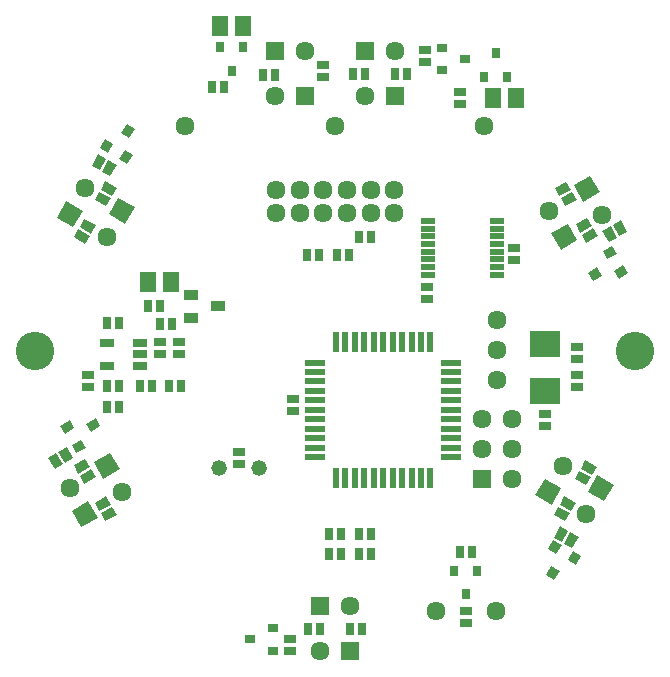
<source format=gts>
G75*
G70*
%OFA0B0*%
%FSLAX24Y24*%
%IPPOS*%
%LPD*%
%AMOC8*
5,1,8,0,0,1.08239X$1,22.5*
%
%ADD10R,0.0671X0.0240*%
%ADD11R,0.0240X0.0671*%
%ADD12R,0.0493X0.0336*%
%ADD13R,0.0316X0.0434*%
%ADD14R,0.0533X0.0671*%
%ADD15R,0.0434X0.0316*%
%ADD16R,0.0513X0.0316*%
%ADD17R,0.0635X0.0635*%
%ADD18C,0.0635*%
%ADD19C,0.0520*%
%ADD20R,0.0316X0.0356*%
%ADD21R,0.0635X0.0635*%
%ADD22R,0.0474X0.0218*%
%ADD23R,0.1025X0.0867*%
%ADD24C,0.1280*%
%ADD25R,0.0356X0.0316*%
D10*
X012766Y010755D03*
X012766Y011070D03*
X012766Y011385D03*
X012766Y011700D03*
X012766Y012015D03*
X012766Y012330D03*
X012766Y012645D03*
X012766Y012960D03*
X012766Y013275D03*
X012766Y013590D03*
X012766Y013905D03*
X017294Y013905D03*
X017294Y013590D03*
X017294Y013275D03*
X017294Y012960D03*
X017294Y012645D03*
X017294Y012330D03*
X017294Y012015D03*
X017294Y011700D03*
X017294Y011385D03*
X017294Y011070D03*
X017294Y010755D03*
D11*
X016605Y010066D03*
X016290Y010066D03*
X015975Y010066D03*
X015660Y010066D03*
X015345Y010066D03*
X015030Y010066D03*
X014715Y010066D03*
X014400Y010066D03*
X014085Y010066D03*
X013770Y010066D03*
X013455Y010066D03*
X013455Y014594D03*
X013770Y014594D03*
X014085Y014594D03*
X014400Y014594D03*
X014715Y014594D03*
X015030Y014594D03*
X015345Y014594D03*
X015660Y014594D03*
X015975Y014594D03*
X016290Y014594D03*
X016605Y014594D03*
D12*
X009533Y015780D03*
X008627Y015406D03*
X008627Y016154D03*
D13*
X007977Y015180D03*
X007583Y015180D03*
X007577Y015780D03*
X007183Y015780D03*
X006227Y015230D03*
X005833Y015230D03*
X005833Y013130D03*
X006227Y013130D03*
X006227Y012430D03*
X005833Y012430D03*
X006933Y013130D03*
X007327Y013130D03*
X007883Y013130D03*
X008277Y013130D03*
X012483Y017480D03*
X012877Y017480D03*
X013483Y017480D03*
X013877Y017480D03*
X014233Y018080D03*
X014627Y018080D03*
X009727Y023080D03*
X009333Y023080D03*
X011033Y023480D03*
X011427Y023480D03*
X014033Y023530D03*
X014427Y023530D03*
X015433Y023530D03*
X015827Y023530D03*
X014627Y008180D03*
X014233Y008180D03*
X013627Y008180D03*
X013233Y008180D03*
X013233Y007530D03*
X013627Y007530D03*
X014233Y007530D03*
X014627Y007530D03*
X014327Y005030D03*
X013933Y005030D03*
X012927Y005030D03*
X012533Y005030D03*
X017583Y007580D03*
X017977Y007580D03*
D14*
X007974Y016580D03*
X007186Y016580D03*
X009586Y025130D03*
X010374Y025130D03*
X018686Y022730D03*
X019474Y022730D03*
D15*
X017580Y022533D03*
X017580Y022927D03*
X016430Y023933D03*
X016430Y024327D03*
X013030Y023827D03*
X013030Y023433D03*
X019380Y017727D03*
X019380Y017333D03*
G36*
X021475Y019326D02*
X021101Y019109D01*
X020943Y019382D01*
X021317Y019599D01*
X021475Y019326D01*
G37*
G36*
X021278Y019667D02*
X020904Y019450D01*
X020746Y019723D01*
X021120Y019940D01*
X021278Y019667D01*
G37*
G36*
X021446Y018511D02*
X021820Y018728D01*
X021978Y018455D01*
X021604Y018238D01*
X021446Y018511D01*
G37*
G36*
X021643Y018170D02*
X022017Y018387D01*
X022175Y018114D01*
X021801Y017897D01*
X021643Y018170D01*
G37*
G36*
X022611Y018447D02*
X022828Y018073D01*
X022555Y017915D01*
X022338Y018289D01*
X022611Y018447D01*
G37*
G36*
X022952Y018643D02*
X023169Y018269D01*
X022896Y018111D01*
X022679Y018485D01*
X022952Y018643D01*
G37*
X021480Y014427D03*
X021480Y014033D03*
X021480Y013477D03*
X021480Y013083D03*
X020430Y012177D03*
X020430Y011783D03*
G36*
X021986Y010155D02*
X021612Y010372D01*
X021770Y010645D01*
X022144Y010428D01*
X021986Y010155D01*
G37*
G36*
X021790Y009815D02*
X021416Y010032D01*
X021574Y010305D01*
X021948Y010088D01*
X021790Y009815D01*
G37*
G36*
X021070Y009445D02*
X021444Y009228D01*
X021286Y008955D01*
X020912Y009172D01*
X021070Y009445D01*
G37*
G36*
X020874Y009105D02*
X021248Y008888D01*
X021090Y008615D01*
X020716Y008832D01*
X020874Y009105D01*
G37*
G36*
X021205Y008286D02*
X020988Y007912D01*
X020715Y008070D01*
X020932Y008444D01*
X021205Y008286D01*
G37*
G36*
X021545Y008090D02*
X021328Y007716D01*
X021055Y007874D01*
X021272Y008248D01*
X021545Y008090D01*
G37*
X017780Y005627D03*
X017780Y005233D03*
X011930Y004677D03*
X011930Y004283D03*
X010230Y010533D03*
X010230Y010927D03*
X012030Y012283D03*
X012030Y012677D03*
X008230Y014183D03*
X008230Y014577D03*
X007580Y014577D03*
X007580Y014183D03*
X005180Y013477D03*
X005180Y013083D03*
G36*
X004422Y010562D02*
X004205Y010936D01*
X004478Y011094D01*
X004695Y010720D01*
X004422Y010562D01*
G37*
G36*
X004082Y010366D02*
X003865Y010740D01*
X004138Y010898D01*
X004355Y010524D01*
X004082Y010366D01*
G37*
G36*
X005248Y010422D02*
X004874Y010205D01*
X004716Y010478D01*
X005090Y010695D01*
X005248Y010422D01*
G37*
G36*
X005444Y010082D02*
X005070Y009865D01*
X004912Y010138D01*
X005286Y010355D01*
X005444Y010082D01*
G37*
G36*
X005416Y009228D02*
X005790Y009445D01*
X005948Y009172D01*
X005574Y008955D01*
X005416Y009228D01*
G37*
G36*
X005612Y008888D02*
X005986Y009105D01*
X006144Y008832D01*
X005770Y008615D01*
X005612Y008888D01*
G37*
G36*
X004874Y018355D02*
X005248Y018138D01*
X005090Y017865D01*
X004716Y018082D01*
X004874Y018355D01*
G37*
G36*
X005070Y018695D02*
X005444Y018478D01*
X005286Y018205D01*
X004912Y018422D01*
X005070Y018695D01*
G37*
G36*
X005790Y019115D02*
X005416Y019332D01*
X005574Y019605D01*
X005948Y019388D01*
X005790Y019115D01*
G37*
G36*
X005986Y019455D02*
X005612Y019672D01*
X005770Y019945D01*
X006144Y019728D01*
X005986Y019455D01*
G37*
G36*
X005655Y020274D02*
X005872Y020648D01*
X006145Y020490D01*
X005928Y020116D01*
X005655Y020274D01*
G37*
G36*
X005315Y020470D02*
X005532Y020844D01*
X005805Y020686D01*
X005588Y020312D01*
X005315Y020470D01*
G37*
X016480Y016427D03*
X016480Y016033D03*
D16*
X006931Y014554D03*
X006931Y014180D03*
X006931Y013806D03*
X005829Y013806D03*
X005829Y014554D03*
D17*
X012430Y022780D03*
X011430Y024280D03*
X014430Y024280D03*
X015430Y022780D03*
X018330Y010030D03*
X012930Y005780D03*
X013930Y004280D03*
D18*
X012930Y004280D03*
X013930Y005780D03*
X016780Y005630D03*
X018780Y005630D03*
X021780Y008847D03*
X021040Y010463D03*
X019330Y010030D03*
X019330Y011030D03*
X019330Y012030D03*
X018330Y012030D03*
X018330Y011030D03*
X018830Y013330D03*
X018830Y014330D03*
X018830Y015330D03*
X020566Y018968D03*
X022317Y018835D03*
X018380Y021780D03*
X015399Y019674D03*
X015399Y018886D03*
X014611Y018886D03*
X013824Y018886D03*
X013824Y019674D03*
X014611Y019674D03*
X013036Y019674D03*
X012249Y019674D03*
X011461Y019674D03*
X011461Y018886D03*
X012249Y018886D03*
X013036Y018886D03*
X013430Y021780D03*
X014430Y022780D03*
X015430Y024280D03*
X012430Y024280D03*
X011430Y022780D03*
X008430Y021780D03*
X005080Y019713D03*
X005820Y018097D03*
X004580Y009713D03*
X006320Y009597D03*
D19*
X009560Y010380D03*
X010897Y010380D03*
D20*
X017406Y006974D03*
X017780Y006186D03*
X018154Y006974D03*
X018406Y023436D03*
X019154Y023436D03*
X018780Y024224D03*
X010354Y024424D03*
X009606Y024424D03*
X009980Y023636D03*
D21*
G36*
X005196Y009280D02*
X005513Y008731D01*
X004964Y008414D01*
X004647Y008963D01*
X005196Y009280D01*
G37*
G36*
X005704Y010030D02*
X005387Y010579D01*
X005936Y010896D01*
X006253Y010347D01*
X005704Y010030D01*
G37*
G36*
X005013Y018963D02*
X004696Y018414D01*
X004147Y018731D01*
X004464Y019280D01*
X005013Y018963D01*
G37*
G36*
X005887Y018847D02*
X006204Y019396D01*
X006753Y019079D01*
X006436Y018530D01*
X005887Y018847D01*
G37*
G36*
X020973Y009713D02*
X020656Y009164D01*
X020107Y009481D01*
X020424Y010030D01*
X020973Y009713D01*
G37*
G36*
X021847Y009597D02*
X022164Y010146D01*
X022713Y009829D01*
X022396Y009280D01*
X021847Y009597D01*
G37*
G36*
X021182Y018535D02*
X021499Y017986D01*
X020950Y017669D01*
X020633Y018218D01*
X021182Y018535D01*
G37*
G36*
X021701Y019268D02*
X021384Y019817D01*
X021933Y020134D01*
X022250Y019585D01*
X021701Y019268D01*
G37*
D22*
X018841Y018626D03*
X018841Y018370D03*
X018841Y018114D03*
X018841Y017858D03*
X018841Y017602D03*
X018841Y017346D03*
X018841Y017090D03*
X018841Y016834D03*
X016538Y016834D03*
X016538Y017090D03*
X016538Y017346D03*
X016538Y017602D03*
X016538Y017858D03*
X016538Y018114D03*
X016538Y018370D03*
X016538Y018626D03*
D23*
X020430Y014517D03*
X020430Y012943D03*
D24*
X023430Y014280D03*
X003430Y014280D03*
D25*
G36*
X005138Y011874D02*
X005446Y012052D01*
X005604Y011780D01*
X005296Y011602D01*
X005138Y011874D01*
G37*
G36*
X004269Y011804D02*
X004577Y011982D01*
X004735Y011710D01*
X004427Y011532D01*
X004269Y011804D01*
G37*
G36*
X004643Y011156D02*
X004951Y011334D01*
X005109Y011062D01*
X004801Y010884D01*
X004643Y011156D01*
G37*
X010586Y004680D03*
X011374Y004306D03*
X011374Y005054D03*
G36*
X020908Y006964D02*
X020730Y006656D01*
X020458Y006814D01*
X020636Y007122D01*
X020908Y006964D01*
G37*
G36*
X021626Y007459D02*
X021448Y007151D01*
X021176Y007309D01*
X021354Y007617D01*
X021626Y007459D01*
G37*
G36*
X020978Y007833D02*
X020800Y007525D01*
X020528Y007683D01*
X020706Y007991D01*
X020978Y007833D01*
G37*
G36*
X022316Y016806D02*
X022008Y016628D01*
X021850Y016900D01*
X022158Y017078D01*
X022316Y016806D01*
G37*
G36*
X023185Y016876D02*
X022877Y016698D01*
X022719Y016970D01*
X023027Y017148D01*
X023185Y016876D01*
G37*
G36*
X022811Y017523D02*
X022503Y017345D01*
X022345Y017617D01*
X022653Y017795D01*
X022811Y017523D01*
G37*
X016986Y023656D03*
X016986Y024404D03*
X017774Y024030D03*
G36*
X006302Y021546D02*
X006480Y021854D01*
X006752Y021696D01*
X006574Y021388D01*
X006302Y021546D01*
G37*
G36*
X005584Y021051D02*
X005762Y021359D01*
X006034Y021201D01*
X005856Y020893D01*
X005584Y021051D01*
G37*
G36*
X006232Y020677D02*
X006410Y020985D01*
X006682Y020827D01*
X006504Y020519D01*
X006232Y020677D01*
G37*
M02*

</source>
